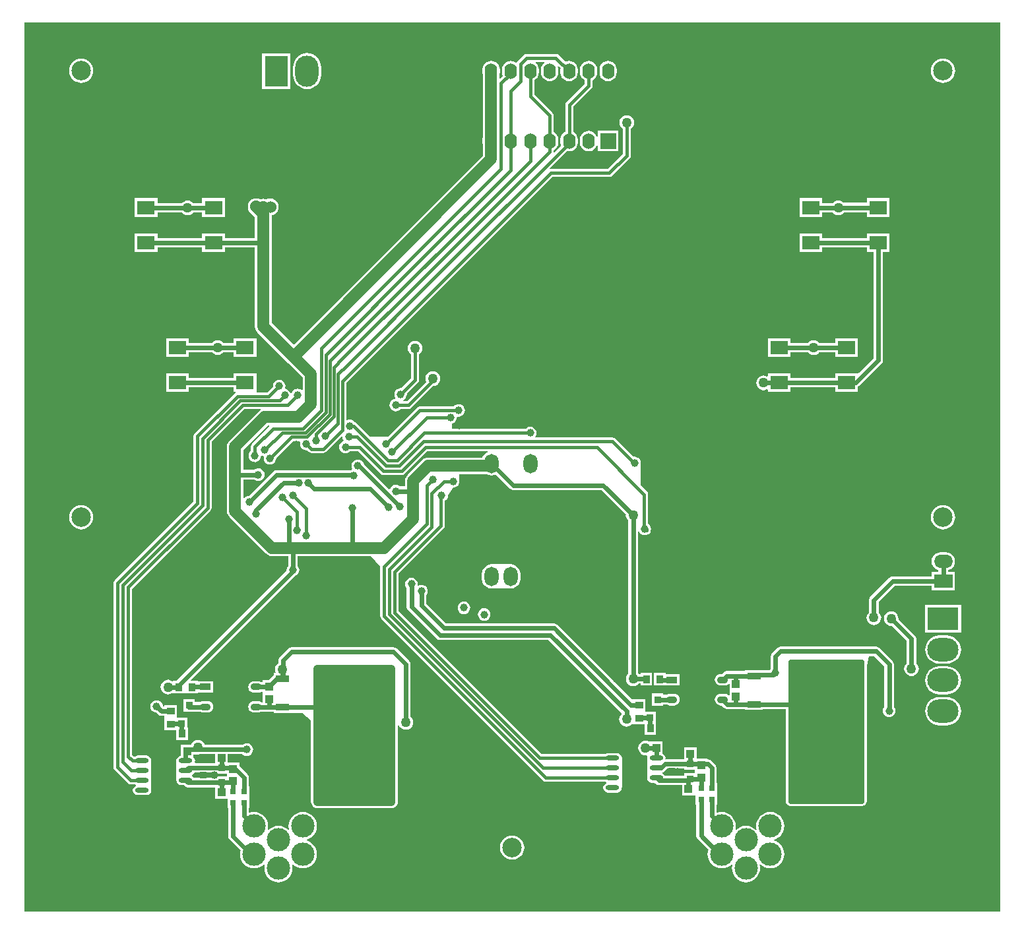
<source format=gtl>
G04 Layer_Physical_Order=1*
G04 Layer_Color=255*
%FSLAX43Y43*%
%MOMM*%
G71*
G01*
G75*
%ADD10R,1.000X1.000*%
%ADD11R,0.950X0.900*%
%ADD12R,0.950X0.900*%
%ADD13R,0.800X0.750*%
%ADD14R,1.000X1.000*%
%ADD15R,0.900X0.950*%
%ADD16R,0.900X0.950*%
%ADD17R,0.900X1.000*%
%ADD18R,1.000X0.900*%
%ADD19O,1.400X0.900*%
%ADD20R,1.400X0.900*%
%ADD21R,1.700X0.900*%
%ADD22O,1.750X0.650*%
%ADD23R,1.750X0.650*%
%ADD24R,2.300X1.800*%
%ADD25C,0.600*%
%ADD26C,1.000*%
%ADD27C,0.400*%
%ADD28C,1.500*%
%ADD29C,0.300*%
%ADD30R,9.180X17.890*%
%ADD31R,9.530X17.510*%
%ADD32C,3.000*%
%ADD33C,4.800*%
%ADD34O,1.800X2.500*%
%ADD35R,4.000X3.000*%
%ADD36O,4.000X3.000*%
%ADD37O,3.000X4.000*%
%ADD38R,3.000X4.000*%
%ADD39O,1.600X2.000*%
%ADD40R,2.000X2.000*%
%ADD41O,2.400X1.700*%
%ADD42R,2.400X1.700*%
%ADD43C,2.500*%
%ADD44C,1.524*%
%ADD45C,1.000*%
%ADD46C,0.800*%
%ADD47C,1.270*%
G36*
X125592Y408D02*
X408D01*
Y114592D01*
X125592D01*
Y408D01*
D02*
G37*
%LPC*%
G36*
X47780Y34382D02*
X34720D01*
X34486Y34335D01*
X34287Y34203D01*
X33197Y33113D01*
X33065Y32914D01*
X33018Y32680D01*
Y32309D01*
X32833Y32167D01*
X32683Y31972D01*
X32589Y31744D01*
X32557Y31500D01*
X32589Y31256D01*
X32631Y31156D01*
X32560Y31050D01*
X32400D01*
Y30795D01*
X31725Y30120D01*
X30990D01*
Y29932D01*
X30740D01*
X30586Y29996D01*
X30390Y30021D01*
X29890D01*
X29694Y29996D01*
X29512Y29920D01*
X29355Y29800D01*
X29235Y29643D01*
X29159Y29461D01*
X29134Y29265D01*
X29159Y29069D01*
X29235Y28887D01*
X29355Y28730D01*
X29512Y28610D01*
X29694Y28534D01*
X29890Y28509D01*
X30390D01*
X30586Y28534D01*
X30768Y28610D01*
X30863Y28683D01*
X30990Y28636D01*
X30990Y28520D01*
X30990Y28393D01*
Y27344D01*
X30863Y27297D01*
X30768Y27370D01*
X30586Y27446D01*
X30390Y27471D01*
X29890D01*
X29694Y27446D01*
X29512Y27370D01*
X29355Y27250D01*
X29235Y27093D01*
X29159Y26911D01*
X29134Y26715D01*
X29159Y26519D01*
X29235Y26337D01*
X29355Y26180D01*
X29512Y26060D01*
X29694Y25984D01*
X29890Y25959D01*
X30390D01*
X30586Y25984D01*
X30740Y26048D01*
X32400D01*
Y25910D01*
X34210D01*
Y25910D01*
X34210Y25910D01*
X36069D01*
X37183Y24997D01*
Y20290D01*
Y14510D01*
X37211Y14301D01*
X37291Y14107D01*
X37419Y13939D01*
X37587Y13811D01*
X37781Y13731D01*
X37990Y13703D01*
X47520D01*
X47729Y13731D01*
X47923Y13811D01*
X48091Y13939D01*
X48219Y14107D01*
X48299Y14301D01*
X48327Y14510D01*
Y24453D01*
X48449Y24476D01*
X48543Y24248D01*
X48693Y24053D01*
X48888Y23903D01*
X49116Y23809D01*
X49360Y23777D01*
X49604Y23809D01*
X49832Y23903D01*
X50027Y24053D01*
X50177Y24248D01*
X50271Y24476D01*
X50303Y24720D01*
X50271Y24964D01*
X50177Y25192D01*
X50027Y25387D01*
X49972Y25429D01*
Y32190D01*
X49925Y32424D01*
X49793Y32623D01*
X48213Y34203D01*
X48014Y34335D01*
X47780Y34382D01*
D02*
G37*
G36*
X111640Y38983D02*
X111396Y38951D01*
X111168Y38857D01*
X110973Y38707D01*
X110823Y38512D01*
X110729Y38284D01*
X110697Y38040D01*
X110729Y37796D01*
X110823Y37568D01*
X110973Y37373D01*
X111168Y37223D01*
X111396Y37129D01*
X111640Y37097D01*
X111709Y37106D01*
X113618Y35197D01*
Y32311D01*
X113573Y32277D01*
X113423Y32082D01*
X113329Y31854D01*
X113297Y31610D01*
X113329Y31366D01*
X113423Y31138D01*
X113573Y30943D01*
X113768Y30793D01*
X113996Y30699D01*
X114240Y30667D01*
X114484Y30699D01*
X114712Y30793D01*
X114907Y30943D01*
X115057Y31138D01*
X115151Y31366D01*
X115183Y31610D01*
X115151Y31854D01*
X115057Y32082D01*
X114907Y32277D01*
X114842Y32327D01*
Y35450D01*
X114795Y35684D01*
X114663Y35883D01*
X112574Y37971D01*
X112583Y38040D01*
X112551Y38284D01*
X112457Y38512D01*
X112307Y38707D01*
X112112Y38857D01*
X111884Y38951D01*
X111640Y38983D01*
D02*
G37*
G36*
X118800Y31919D02*
X117800D01*
X117447Y31884D01*
X117108Y31781D01*
X116795Y31614D01*
X116521Y31389D01*
X116296Y31115D01*
X116129Y30802D01*
X116026Y30463D01*
X115991Y30110D01*
X116026Y29757D01*
X116129Y29418D01*
X116296Y29105D01*
X116521Y28831D01*
X116795Y28606D01*
X117108Y28439D01*
X117447Y28336D01*
X117800Y28301D01*
X118800D01*
X119153Y28336D01*
X119492Y28439D01*
X119805Y28606D01*
X120079Y28831D01*
X120304Y29105D01*
X120471Y29418D01*
X120574Y29757D01*
X120609Y30110D01*
X120574Y30463D01*
X120471Y30802D01*
X120304Y31115D01*
X120079Y31389D01*
X119805Y31614D01*
X119492Y31781D01*
X119153Y31884D01*
X118800Y31919D01*
D02*
G37*
G36*
X82670Y31040D02*
X81170D01*
Y29440D01*
X82510D01*
Y29440D01*
X84510D01*
Y30940D01*
X82670D01*
Y31040D01*
D02*
G37*
G36*
X59420Y39367D02*
X59211Y39339D01*
X59017Y39259D01*
X58849Y39131D01*
X58721Y38963D01*
X58641Y38769D01*
X58613Y38560D01*
X58641Y38351D01*
X58721Y38157D01*
X58849Y37989D01*
X59017Y37861D01*
X59211Y37781D01*
X59420Y37753D01*
X59629Y37781D01*
X59823Y37861D01*
X59991Y37989D01*
X60119Y38157D01*
X60199Y38351D01*
X60227Y38560D01*
X60199Y38769D01*
X60119Y38963D01*
X59991Y39131D01*
X59823Y39259D01*
X59629Y39339D01*
X59420Y39367D01*
D02*
G37*
G36*
X56810Y40237D02*
X56601Y40209D01*
X56407Y40129D01*
X56239Y40001D01*
X56111Y39833D01*
X56031Y39639D01*
X56003Y39430D01*
X56031Y39221D01*
X56111Y39027D01*
X56239Y38859D01*
X56407Y38731D01*
X56601Y38651D01*
X56810Y38623D01*
X57019Y38651D01*
X57213Y38731D01*
X57381Y38859D01*
X57509Y39027D01*
X57589Y39221D01*
X57617Y39430D01*
X57589Y39639D01*
X57509Y39833D01*
X57381Y40001D01*
X57213Y40129D01*
X57019Y40209D01*
X56810Y40237D01*
D02*
G37*
G36*
X118800Y35879D02*
X117800D01*
X117447Y35844D01*
X117108Y35741D01*
X116795Y35574D01*
X116521Y35349D01*
X116296Y35075D01*
X116129Y34762D01*
X116026Y34423D01*
X115991Y34070D01*
X116026Y33717D01*
X116129Y33378D01*
X116296Y33065D01*
X116521Y32791D01*
X116795Y32566D01*
X117108Y32399D01*
X117447Y32296D01*
X117800Y32261D01*
X118800D01*
X119153Y32296D01*
X119492Y32399D01*
X119805Y32566D01*
X120079Y32791D01*
X120304Y33065D01*
X120471Y33378D01*
X120574Y33717D01*
X120609Y34070D01*
X120574Y34423D01*
X120471Y34762D01*
X120304Y35075D01*
X120079Y35349D01*
X119805Y35574D01*
X119492Y35741D01*
X119153Y35844D01*
X118800Y35879D01*
D02*
G37*
G36*
X120600Y39830D02*
X116000D01*
Y36230D01*
X120600D01*
Y39830D01*
D02*
G37*
G36*
X82400Y28415D02*
X80900D01*
Y26865D01*
X82400D01*
Y27028D01*
X82825D01*
X82882Y26985D01*
X83064Y26909D01*
X83260Y26884D01*
X83760D01*
X83956Y26909D01*
X84138Y26985D01*
X84295Y27105D01*
X84415Y27262D01*
X84491Y27444D01*
X84516Y27640D01*
X84491Y27836D01*
X84415Y28018D01*
X84295Y28175D01*
X84138Y28295D01*
X83956Y28371D01*
X83760Y28396D01*
X83260D01*
X83064Y28371D01*
X82882Y28295D01*
X82825Y28252D01*
X82400D01*
Y28415D01*
D02*
G37*
G36*
X22690Y22483D02*
X22446Y22451D01*
X22218Y22357D01*
X22023Y22207D01*
X21873Y22012D01*
X21799Y21832D01*
X21410D01*
X21351Y21820D01*
X20510D01*
Y20979D01*
X20498Y20920D01*
Y20450D01*
X20316Y20414D01*
X20109Y20276D01*
X19971Y20069D01*
X19923Y19825D01*
X19924Y19820D01*
X19924Y19814D01*
X19923Y19819D01*
X19923Y19825D01*
X19923Y18979D01*
Y18979D01*
X19923Y18971D01*
Y17300D01*
X19923Y17300D01*
X19923Y17285D01*
X19943Y17182D01*
X19943Y17182D01*
X19944Y17178D01*
X19971Y17041D01*
X20109Y16834D01*
X20316Y16696D01*
X20560Y16648D01*
X20882D01*
X20962Y16567D01*
X21161Y16435D01*
X21395Y16388D01*
X24890D01*
Y14950D01*
X26401D01*
X26470Y14950D01*
X26470Y14921D01*
Y13690D01*
X26558D01*
Y10110D01*
X26605Y9876D01*
X26737Y9677D01*
X28142Y8273D01*
X28106Y8153D01*
X28071Y7800D01*
X28106Y7447D01*
X28209Y7108D01*
X28376Y6795D01*
X28601Y6521D01*
X28875Y6296D01*
X29188Y6129D01*
X29527Y6026D01*
X29880Y5991D01*
X30233Y6026D01*
X30572Y6129D01*
X30885Y6296D01*
X31140Y6505D01*
X31208Y6477D01*
X31252Y6438D01*
X31226Y6353D01*
X31191Y6000D01*
X31226Y5647D01*
X31329Y5308D01*
X31496Y4995D01*
X31721Y4721D01*
X31995Y4496D01*
X32308Y4329D01*
X32647Y4226D01*
X33000Y4191D01*
X33353Y4226D01*
X33692Y4329D01*
X34005Y4496D01*
X34279Y4721D01*
X34504Y4995D01*
X34671Y5308D01*
X34774Y5647D01*
X34809Y6000D01*
X34774Y6353D01*
X34748Y6438D01*
X34792Y6477D01*
X34860Y6505D01*
X35115Y6296D01*
X35428Y6129D01*
X35767Y6026D01*
X36120Y5991D01*
X36473Y6026D01*
X36812Y6129D01*
X37125Y6296D01*
X37399Y6521D01*
X37624Y6795D01*
X37791Y7108D01*
X37894Y7447D01*
X37929Y7800D01*
X37894Y8153D01*
X37791Y8492D01*
X37624Y8805D01*
X37399Y9079D01*
X37125Y9304D01*
X36812Y9471D01*
X36606Y9534D01*
Y9666D01*
X36812Y9729D01*
X37125Y9896D01*
X37399Y10121D01*
X37624Y10395D01*
X37791Y10708D01*
X37894Y11047D01*
X37929Y11400D01*
X37894Y11753D01*
X37791Y12092D01*
X37624Y12405D01*
X37399Y12679D01*
X37125Y12904D01*
X36812Y13071D01*
X36473Y13174D01*
X36120Y13209D01*
X35767Y13174D01*
X35428Y13071D01*
X35115Y12904D01*
X34841Y12679D01*
X34616Y12405D01*
X34449Y12092D01*
X34346Y11753D01*
X34311Y11400D01*
X34346Y11047D01*
X34364Y10989D01*
X34341Y10968D01*
X34251Y10923D01*
X34000Y11129D01*
X33687Y11296D01*
X33348Y11399D01*
X32995Y11434D01*
X32642Y11399D01*
X32303Y11296D01*
X31990Y11129D01*
X31752Y10934D01*
X31642Y11008D01*
X31654Y11047D01*
X31689Y11400D01*
X31654Y11753D01*
X31551Y12092D01*
X31384Y12405D01*
X31159Y12679D01*
X30885Y12904D01*
X30572Y13071D01*
X30233Y13174D01*
X29880Y13209D01*
X29527Y13174D01*
X29324Y13112D01*
X29222Y13188D01*
Y13690D01*
X29310D01*
Y15040D01*
X29310D01*
Y15140D01*
X29310D01*
Y16490D01*
X29222D01*
Y17620D01*
X29175Y17854D01*
X29043Y18053D01*
X27970Y19125D01*
Y19560D01*
X26490D01*
Y20668D01*
X28375D01*
X28389Y20649D01*
X28557Y20521D01*
X28751Y20441D01*
X28960Y20413D01*
X29169Y20441D01*
X29363Y20521D01*
X29531Y20649D01*
X29659Y20817D01*
X29739Y21011D01*
X29767Y21220D01*
X29739Y21429D01*
X29659Y21623D01*
X29531Y21791D01*
X29363Y21919D01*
X29169Y21999D01*
X28960Y22027D01*
X28751Y21999D01*
X28557Y21919D01*
X28521Y21892D01*
X23556D01*
X23507Y22012D01*
X23357Y22207D01*
X23162Y22357D01*
X22934Y22451D01*
X22690Y22483D01*
D02*
G37*
G36*
X17370Y27567D02*
X17161Y27539D01*
X16967Y27459D01*
X16799Y27331D01*
X16671Y27163D01*
X16591Y26969D01*
X16563Y26760D01*
X16591Y26551D01*
X16671Y26357D01*
X16799Y26189D01*
X16967Y26061D01*
X17161Y25981D01*
X17303Y25962D01*
X17547Y25717D01*
X17746Y25585D01*
X17980Y25538D01*
X18380D01*
Y25296D01*
X18380Y25296D01*
X18380D01*
X18380Y24980D01*
X18380Y24980D01*
X18390Y24978D01*
Y23700D01*
X19900D01*
Y22480D01*
X21400D01*
Y24080D01*
X21340D01*
Y25315D01*
X20082D01*
X19990Y25400D01*
Y26900D01*
X18390D01*
Y26762D01*
X18233D01*
X18168Y26827D01*
X18149Y26969D01*
X18069Y27163D01*
X17941Y27331D01*
X17773Y27459D01*
X17579Y27539D01*
X17370Y27567D01*
D02*
G37*
G36*
X63000Y10208D02*
X62696Y10178D01*
X62404Y10089D01*
X62135Y9945D01*
X61899Y9751D01*
X61705Y9515D01*
X61561Y9246D01*
X61472Y8954D01*
X61443Y8650D01*
X61472Y8346D01*
X61561Y8054D01*
X61705Y7785D01*
X61899Y7549D01*
X62135Y7355D01*
X62404Y7211D01*
X62696Y7122D01*
X63000Y7093D01*
X63304Y7122D01*
X63596Y7211D01*
X63865Y7355D01*
X64101Y7549D01*
X64295Y7785D01*
X64439Y8054D01*
X64528Y8346D01*
X64558Y8650D01*
X64528Y8954D01*
X64439Y9246D01*
X64295Y9515D01*
X64101Y9751D01*
X63865Y9945D01*
X63596Y10089D01*
X63304Y10178D01*
X63000Y10208D01*
D02*
G37*
G36*
X80120Y22383D02*
X79876Y22351D01*
X79648Y22257D01*
X79453Y22107D01*
X79303Y21912D01*
X79209Y21684D01*
X79177Y21440D01*
X79209Y21196D01*
X79303Y20968D01*
X79453Y20773D01*
X79648Y20623D01*
X79876Y20529D01*
X80120Y20497D01*
X80207Y20508D01*
X80303Y20425D01*
Y18398D01*
X80303Y18398D01*
X80303D01*
Y18398D01*
D01*
Y18037D01*
D01*
Y18037D01*
X80303Y18037D01*
X80303D01*
Y17615D01*
X80304Y17620D01*
X80304Y17625D01*
X80304Y17620D01*
X80303Y17615D01*
X80351Y17371D01*
X80489Y17164D01*
X80696Y17026D01*
X80940Y16978D01*
X81262D01*
X81392Y16847D01*
X81591Y16715D01*
X81825Y16668D01*
X84810D01*
Y15360D01*
X86410D01*
Y15370D01*
X86550D01*
Y14160D01*
X86638D01*
Y10140D01*
X86685Y9906D01*
X86817Y9707D01*
X88168Y8357D01*
X88106Y8153D01*
X88071Y7800D01*
X88106Y7447D01*
X88209Y7108D01*
X88376Y6795D01*
X88601Y6521D01*
X88875Y6296D01*
X89188Y6129D01*
X89527Y6026D01*
X89880Y5991D01*
X90233Y6026D01*
X90572Y6129D01*
X90885Y6296D01*
X91140Y6505D01*
X91208Y6477D01*
X91252Y6438D01*
X91226Y6353D01*
X91191Y6000D01*
X91226Y5647D01*
X91329Y5308D01*
X91496Y4995D01*
X91721Y4721D01*
X91995Y4496D01*
X92308Y4329D01*
X92647Y4226D01*
X93000Y4191D01*
X93353Y4226D01*
X93692Y4329D01*
X94005Y4496D01*
X94279Y4721D01*
X94504Y4995D01*
X94671Y5308D01*
X94774Y5647D01*
X94809Y6000D01*
X94774Y6353D01*
X94748Y6438D01*
X94792Y6477D01*
X94860Y6505D01*
X95115Y6296D01*
X95428Y6129D01*
X95767Y6026D01*
X96120Y5991D01*
X96473Y6026D01*
X96812Y6129D01*
X97125Y6296D01*
X97399Y6521D01*
X97624Y6795D01*
X97791Y7108D01*
X97894Y7447D01*
X97929Y7800D01*
X97894Y8153D01*
X97791Y8492D01*
X97624Y8805D01*
X97399Y9079D01*
X97125Y9304D01*
X96812Y9471D01*
X96606Y9534D01*
Y9666D01*
X96812Y9729D01*
X97125Y9896D01*
X97399Y10121D01*
X97624Y10395D01*
X97791Y10708D01*
X97894Y11047D01*
X97929Y11400D01*
X97894Y11753D01*
X97791Y12092D01*
X97624Y12405D01*
X97399Y12679D01*
X97125Y12904D01*
X96812Y13071D01*
X96473Y13174D01*
X96120Y13209D01*
X95767Y13174D01*
X95428Y13071D01*
X95115Y12904D01*
X94841Y12679D01*
X94616Y12405D01*
X94449Y12092D01*
X94346Y11753D01*
X94311Y11400D01*
X94346Y11047D01*
X94364Y10989D01*
X94341Y10968D01*
X94251Y10923D01*
X94000Y11129D01*
X93687Y11296D01*
X93348Y11399D01*
X92995Y11434D01*
X92642Y11399D01*
X92303Y11296D01*
X91990Y11129D01*
X91752Y10934D01*
X91642Y11008D01*
X91654Y11047D01*
X91689Y11400D01*
X91654Y11753D01*
X91551Y12092D01*
X91384Y12405D01*
X91159Y12679D01*
X90885Y12904D01*
X90572Y13071D01*
X90233Y13174D01*
X89880Y13209D01*
X89527Y13174D01*
X89324Y13112D01*
X89222Y13188D01*
Y14160D01*
X89310D01*
Y15510D01*
X89310D01*
Y15610D01*
X89310D01*
Y16960D01*
X89222D01*
Y18890D01*
X89175Y19124D01*
X89043Y19323D01*
X88553Y19813D01*
X88354Y19945D01*
X88120Y19992D01*
X88060D01*
Y20040D01*
X86650D01*
Y21500D01*
X85050D01*
Y19992D01*
X82745D01*
X82664Y20090D01*
X82677Y20155D01*
X82629Y20399D01*
X82491Y20606D01*
X82300Y20733D01*
Y22270D01*
X80700D01*
X80700Y22270D01*
X80573Y22264D01*
X80364Y22351D01*
X80120Y22383D01*
D02*
G37*
G36*
X109680Y34462D02*
X97470D01*
X97236Y34415D01*
X97037Y34283D01*
X96347Y33593D01*
X96215Y33394D01*
X96168Y33160D01*
Y31597D01*
X96081Y31483D01*
X96068Y31452D01*
X94170D01*
X94111Y31440D01*
X92870D01*
Y31302D01*
X90510D01*
X90276Y31255D01*
X90077Y31123D01*
X89901Y30946D01*
X89760D01*
X89564Y30921D01*
X89382Y30845D01*
X89225Y30725D01*
X89105Y30568D01*
X89029Y30386D01*
X89004Y30190D01*
X89029Y29994D01*
X89105Y29812D01*
X89225Y29655D01*
X89382Y29535D01*
X89564Y29459D01*
X89760Y29434D01*
X90260D01*
X90456Y29459D01*
X90638Y29535D01*
X90783Y29646D01*
X90882Y29626D01*
X90910Y29616D01*
Y28860D01*
X90910D01*
Y28860D01*
X90910D01*
Y28214D01*
X90882Y28204D01*
X90783Y28184D01*
X90638Y28295D01*
X90456Y28371D01*
X90260Y28396D01*
X89760D01*
X89564Y28371D01*
X89382Y28295D01*
X89225Y28175D01*
X89105Y28018D01*
X89029Y27836D01*
X89004Y27640D01*
X89029Y27444D01*
X89105Y27262D01*
X89225Y27105D01*
X89382Y26985D01*
X89564Y26909D01*
X89760Y26884D01*
X89901D01*
X90167Y26617D01*
X90366Y26485D01*
X90600Y26438D01*
X92870D01*
Y26300D01*
X95170D01*
Y26438D01*
X98098D01*
Y23490D01*
Y14610D01*
X98145Y14376D01*
X98277Y14177D01*
X98476Y14045D01*
X98710Y13998D01*
X107890D01*
X108124Y14045D01*
X108323Y14177D01*
X108455Y14376D01*
X108502Y14610D01*
Y31902D01*
X108789Y33238D01*
X109427D01*
X110763Y31902D01*
Y26712D01*
X110676Y26598D01*
X110596Y26404D01*
X110568Y26195D01*
X110596Y25986D01*
X110676Y25792D01*
X110804Y25624D01*
X110972Y25496D01*
X111166Y25416D01*
X111375Y25388D01*
X111584Y25416D01*
X111778Y25496D01*
X111946Y25624D01*
X112074Y25792D01*
X112154Y25986D01*
X112182Y26195D01*
X112154Y26404D01*
X112074Y26598D01*
X111987Y26712D01*
Y32155D01*
X111940Y32389D01*
X111808Y32588D01*
X110113Y34283D01*
X109914Y34415D01*
X109680Y34462D01*
D02*
G37*
G36*
X22290Y27665D02*
X20790D01*
Y26115D01*
X21426D01*
X21485Y26103D01*
X22955D01*
X23012Y26060D01*
X23194Y25984D01*
X23390Y25959D01*
X23890D01*
X24086Y25984D01*
X24268Y26060D01*
X24425Y26180D01*
X24545Y26337D01*
X24621Y26519D01*
X24646Y26715D01*
X24621Y26911D01*
X24545Y27093D01*
X24425Y27250D01*
X24268Y27370D01*
X24086Y27446D01*
X23890Y27471D01*
X23390D01*
X23194Y27446D01*
X23012Y27370D01*
X22955Y27327D01*
X22290D01*
Y27665D01*
D02*
G37*
G36*
X50080Y43287D02*
X49871Y43259D01*
X49677Y43179D01*
X49509Y43051D01*
X49381Y42883D01*
X49301Y42689D01*
X49273Y42480D01*
X49301Y42271D01*
X49381Y42077D01*
X49468Y41963D01*
Y39540D01*
X49515Y39306D01*
X49647Y39107D01*
X53297Y35457D01*
X53496Y35325D01*
X53730Y35278D01*
X67677D01*
X77016Y25939D01*
X77008Y25790D01*
X77003Y25787D01*
X76853Y25592D01*
X76759Y25364D01*
X76727Y25120D01*
X76759Y24876D01*
X76853Y24648D01*
X77003Y24453D01*
X77198Y24303D01*
X77426Y24209D01*
X77670Y24177D01*
X77914Y24209D01*
X78142Y24303D01*
X78337Y24453D01*
X78383Y24513D01*
X78510Y24480D01*
Y24480D01*
X79970D01*
Y23160D01*
X81470D01*
Y24760D01*
X81450D01*
Y26065D01*
X80139D01*
X80110Y26180D01*
X80110D01*
Y27680D01*
X78510D01*
Y27680D01*
X78383Y27662D01*
X76123Y29923D01*
X68793Y37253D01*
X68594Y37385D01*
X68360Y37432D01*
X54553D01*
X51982Y40003D01*
Y41043D01*
X52069Y41157D01*
X52149Y41351D01*
X52177Y41560D01*
X52149Y41769D01*
X52069Y41963D01*
X51941Y42131D01*
X51773Y42259D01*
X51579Y42339D01*
X51370Y42367D01*
X51161Y42339D01*
X50987Y42267D01*
X50921Y42299D01*
X50869Y42344D01*
X50887Y42480D01*
X50859Y42689D01*
X50779Y42883D01*
X50651Y43051D01*
X50483Y43179D01*
X50289Y43259D01*
X50080Y43287D01*
D02*
G37*
G36*
X118800Y27959D02*
X117800D01*
X117447Y27924D01*
X117108Y27821D01*
X116795Y27654D01*
X116521Y27429D01*
X116296Y27155D01*
X116129Y26842D01*
X116026Y26503D01*
X115991Y26150D01*
X116026Y25797D01*
X116129Y25458D01*
X116296Y25145D01*
X116521Y24871D01*
X116795Y24646D01*
X117108Y24479D01*
X117447Y24376D01*
X117800Y24341D01*
X118800D01*
X119153Y24376D01*
X119492Y24479D01*
X119805Y24646D01*
X120079Y24871D01*
X120304Y25145D01*
X120471Y25458D01*
X120574Y25797D01*
X120609Y26150D01*
X120574Y26503D01*
X120471Y26842D01*
X120304Y27155D01*
X120079Y27429D01*
X119805Y27654D01*
X119492Y27821D01*
X119153Y27924D01*
X118800Y27959D01*
D02*
G37*
G36*
X72810Y100649D02*
X72523Y100612D01*
X72255Y100501D01*
X72025Y100325D01*
X71849Y100095D01*
X71738Y99827D01*
X71701Y99540D01*
Y99140D01*
X71738Y98853D01*
X71849Y98585D01*
X72025Y98355D01*
X72255Y98179D01*
X72523Y98068D01*
X72810Y98031D01*
X73097Y98068D01*
X73365Y98179D01*
X73595Y98355D01*
X73771Y98585D01*
X73882Y98853D01*
X73883Y98863D01*
X74010Y98855D01*
Y98040D01*
X76610D01*
Y100640D01*
X74010D01*
Y99825D01*
X73883Y99817D01*
X73882Y99827D01*
X73771Y100095D01*
X73595Y100325D01*
X73365Y100501D01*
X73097Y100612D01*
X72810Y100649D01*
D02*
G37*
G36*
X36690Y110629D02*
X36337Y110594D01*
X35998Y110491D01*
X35685Y110324D01*
X35411Y110099D01*
X35186Y109825D01*
X35019Y109512D01*
X34916Y109173D01*
X34881Y108820D01*
Y107820D01*
X34916Y107467D01*
X35019Y107128D01*
X35186Y106815D01*
X35411Y106541D01*
X35685Y106316D01*
X35998Y106149D01*
X36337Y106046D01*
X36690Y106011D01*
X37043Y106046D01*
X37382Y106149D01*
X37695Y106316D01*
X37969Y106541D01*
X38194Y106815D01*
X38361Y107128D01*
X38464Y107467D01*
X38499Y107820D01*
Y108820D01*
X38464Y109173D01*
X38361Y109512D01*
X38194Y109825D01*
X37969Y110099D01*
X37695Y110324D01*
X37382Y110491D01*
X37043Y110594D01*
X36690Y110629D01*
D02*
G37*
G36*
X26125Y92000D02*
X23225D01*
Y91362D01*
X22049D01*
X22007Y91417D01*
X21812Y91567D01*
X21584Y91661D01*
X21340Y91693D01*
X21096Y91661D01*
X20868Y91567D01*
X20673Y91417D01*
X20631Y91362D01*
X17475D01*
Y92000D01*
X14575D01*
Y89600D01*
X17475D01*
Y90138D01*
X20631D01*
X20673Y90083D01*
X20868Y89933D01*
X21096Y89839D01*
X21340Y89807D01*
X21584Y89839D01*
X21812Y89933D01*
X22007Y90083D01*
X22049Y90138D01*
X23225D01*
Y89600D01*
X26125D01*
Y92000D01*
D02*
G37*
G36*
X111415D02*
X108515D01*
Y91412D01*
X105536D01*
X105517Y91437D01*
X105322Y91587D01*
X105094Y91681D01*
X104850Y91713D01*
X104606Y91681D01*
X104378Y91587D01*
X104183Y91437D01*
X104141Y91382D01*
X102765D01*
Y92000D01*
X99865D01*
Y89600D01*
X102765D01*
Y90158D01*
X104141D01*
X104183Y90103D01*
X104378Y89953D01*
X104606Y89859D01*
X104850Y89827D01*
X105094Y89859D01*
X105322Y89953D01*
X105517Y90103D01*
X105582Y90188D01*
X108515D01*
Y89600D01*
X111415D01*
Y92000D01*
D02*
G37*
G36*
X34530Y110620D02*
X30930D01*
Y106020D01*
X34530D01*
Y110620D01*
D02*
G37*
G36*
X75310Y109629D02*
X75023Y109592D01*
X74755Y109481D01*
X74525Y109305D01*
X74349Y109075D01*
X74238Y108807D01*
X74201Y108520D01*
Y108120D01*
X74238Y107833D01*
X74349Y107565D01*
X74525Y107335D01*
X74755Y107159D01*
X75023Y107048D01*
X75310Y107011D01*
X75597Y107048D01*
X75865Y107159D01*
X76095Y107335D01*
X76271Y107565D01*
X76382Y107833D01*
X76419Y108120D01*
Y108520D01*
X76382Y108807D01*
X76271Y109075D01*
X76095Y109305D01*
X75865Y109481D01*
X75597Y109592D01*
X75310Y109629D01*
D02*
G37*
G36*
X68600Y110540D02*
X64840D01*
X64645Y110501D01*
X64480Y110390D01*
X63700Y109610D01*
X63599Y109461D01*
X63555Y109432D01*
X63470Y109400D01*
X63365Y109481D01*
X63097Y109592D01*
X62810Y109629D01*
X62523Y109592D01*
X62255Y109481D01*
X62025Y109305D01*
X61849Y109075D01*
X61738Y108807D01*
X61701Y108520D01*
Y108120D01*
X61738Y107833D01*
X61792Y107703D01*
X61486Y107397D01*
X61369Y107446D01*
Y107802D01*
X61382Y107833D01*
X61419Y108120D01*
Y108520D01*
X61382Y108807D01*
X61271Y109075D01*
X61095Y109305D01*
X60865Y109481D01*
X60597Y109592D01*
X60310Y109629D01*
X60023Y109592D01*
X59755Y109481D01*
X59525Y109305D01*
X59349Y109075D01*
X59238Y108807D01*
X59201Y108520D01*
Y108120D01*
X59238Y107833D01*
X59251Y107802D01*
Y99858D01*
X59238Y99827D01*
X59201Y99540D01*
Y99140D01*
X59238Y98853D01*
X59251Y98822D01*
Y97439D01*
X34965Y73153D01*
X32119Y75999D01*
Y89840D01*
X32237Y89855D01*
X32496Y89962D01*
X32717Y90133D01*
X32888Y90354D01*
X32995Y90613D01*
X33031Y90890D01*
X32995Y91167D01*
X32888Y91426D01*
X32717Y91647D01*
X32496Y91818D01*
X32237Y91925D01*
X31960Y91961D01*
X31683Y91925D01*
X31453Y91830D01*
X31324Y91883D01*
X31050Y91919D01*
X30776Y91883D01*
X30676Y91842D01*
X30427Y91945D01*
X30150Y91981D01*
X29873Y91945D01*
X29614Y91838D01*
X29393Y91667D01*
X29222Y91446D01*
X29115Y91187D01*
X29079Y90910D01*
X29115Y90633D01*
X29222Y90374D01*
X29393Y90153D01*
X29423Y90129D01*
X29991Y89561D01*
Y86912D01*
X26125D01*
Y87500D01*
X23225D01*
Y86912D01*
X17475D01*
Y87500D01*
X14575D01*
Y85100D01*
X17475D01*
Y85688D01*
X23225D01*
Y85100D01*
X26125D01*
Y85688D01*
X29991D01*
Y75570D01*
X29991Y75570D01*
X30027Y75296D01*
X30036Y75274D01*
X30037Y75266D01*
X30143Y75010D01*
X30311Y74791D01*
X34206Y70896D01*
X34292Y70830D01*
X36101Y69021D01*
Y67442D01*
X35974Y67379D01*
X35883Y67449D01*
X35689Y67529D01*
X35480Y67557D01*
X35271Y67529D01*
X35077Y67449D01*
X34909Y67321D01*
X34781Y67153D01*
X34711Y66985D01*
X34629Y66970D01*
X34576Y66978D01*
X34529Y67093D01*
X34401Y67261D01*
X34233Y67389D01*
X34039Y67469D01*
X33944Y67482D01*
X33864Y67620D01*
X33889Y67681D01*
X33917Y67890D01*
X33889Y68099D01*
X33809Y68293D01*
X33681Y68461D01*
X33513Y68589D01*
X33319Y68669D01*
X33110Y68697D01*
X32901Y68669D01*
X32707Y68589D01*
X32539Y68461D01*
X32411Y68293D01*
X32331Y68099D01*
X32303Y67890D01*
X32313Y67814D01*
X31559Y67060D01*
X30273D01*
X30175Y67130D01*
X30175Y67187D01*
Y69530D01*
X27275D01*
Y68942D01*
X21525D01*
Y69530D01*
X18625D01*
Y67130D01*
X21525D01*
Y67718D01*
X27275D01*
Y67130D01*
X27482D01*
X27508Y67003D01*
X27370Y66910D01*
X22270Y61810D01*
X22159Y61645D01*
X22120Y61450D01*
Y53071D01*
X11980Y42930D01*
X11869Y42765D01*
X11830Y42570D01*
Y18980D01*
X11869Y18785D01*
X11980Y18620D01*
X13675Y16925D01*
X13840Y16814D01*
X14035Y16775D01*
X14598D01*
X14680Y16721D01*
X14685Y16704D01*
Y16596D01*
X14680Y16579D01*
X14509Y16466D01*
X14371Y16259D01*
X14323Y16015D01*
X14371Y15771D01*
X14509Y15564D01*
X14716Y15426D01*
X14960Y15378D01*
X16060D01*
X16304Y15426D01*
X16511Y15564D01*
X16649Y15771D01*
X16697Y16015D01*
X16670Y16152D01*
Y17148D01*
X16697Y17285D01*
X16670Y17422D01*
Y18418D01*
X16697Y18555D01*
X16670Y18692D01*
Y19688D01*
X16697Y19825D01*
X16649Y20069D01*
X16511Y20276D01*
X16304Y20414D01*
X16060Y20462D01*
X14960D01*
X14716Y20414D01*
X14598Y20335D01*
X14466D01*
X14240Y20561D01*
Y41869D01*
X24270Y51900D01*
X24381Y52065D01*
X24420Y52260D01*
Y60739D01*
X28631Y64950D01*
X30688D01*
X30715Y64891D01*
X30722Y64823D01*
X30521Y64669D01*
X30521Y64669D01*
X26701Y60849D01*
X26533Y60630D01*
X26427Y60374D01*
X26391Y60100D01*
X26391Y60100D01*
Y56510D01*
Y51820D01*
X26391Y51820D01*
X26427Y51546D01*
X26533Y51290D01*
X26701Y51071D01*
X31401Y46371D01*
X31401Y46371D01*
X31620Y46203D01*
X31876Y46097D01*
X32150Y46061D01*
X32150Y46061D01*
X34238D01*
Y44761D01*
X34171Y44673D01*
X34091Y44479D01*
X34063Y44270D01*
X34071Y44207D01*
X19915Y30050D01*
X19470D01*
Y30050D01*
X19389Y30010D01*
X19302Y30077D01*
X19074Y30171D01*
X18830Y30203D01*
X18586Y30171D01*
X18358Y30077D01*
X18163Y29927D01*
X18013Y29732D01*
X17919Y29504D01*
X17887Y29260D01*
X17919Y29016D01*
X18013Y28788D01*
X18163Y28593D01*
X18358Y28443D01*
X18586Y28349D01*
X18830Y28317D01*
X19074Y28349D01*
X19302Y28443D01*
X19373Y28498D01*
X19470Y28450D01*
Y28450D01*
X20740D01*
Y28440D01*
X21340D01*
X21340Y28440D01*
X21342Y28450D01*
X22670D01*
Y28515D01*
X24640D01*
Y30015D01*
X22670D01*
Y30050D01*
X21811D01*
X21762Y30167D01*
X35091Y43495D01*
X35273Y43571D01*
X35441Y43699D01*
X35569Y43867D01*
X35649Y44061D01*
X35677Y44270D01*
X35649Y44479D01*
X35569Y44673D01*
X35462Y44813D01*
Y46061D01*
X44868D01*
X46060Y44673D01*
Y38360D01*
X46099Y38165D01*
X46210Y38000D01*
X66955Y17255D01*
X67120Y17144D01*
X67315Y17105D01*
X74978D01*
X75060Y17051D01*
X75065Y17034D01*
Y16926D01*
X75060Y16909D01*
X74889Y16796D01*
X74751Y16589D01*
X74703Y16345D01*
X74751Y16101D01*
X74889Y15894D01*
X75096Y15756D01*
X75340Y15708D01*
X76440D01*
X76684Y15756D01*
X76891Y15894D01*
X77029Y16101D01*
X77072Y16320D01*
X77077D01*
X77077Y19293D01*
X77077Y20155D01*
X77077Y20149D01*
X77076Y20144D01*
X77076Y20150D01*
X77077Y20155D01*
X77029Y20399D01*
X76891Y20606D01*
X76684Y20744D01*
X76440Y20792D01*
X75340D01*
X75096Y20744D01*
X74978Y20665D01*
X66786D01*
X48440Y39011D01*
Y43839D01*
X54190Y49590D01*
X54301Y49755D01*
X54340Y49950D01*
Y53146D01*
X54353Y53151D01*
X54521Y53279D01*
X54649Y53447D01*
X54729Y53641D01*
X54757Y53850D01*
X54870Y54017D01*
X54935Y54114D01*
X55420Y54833D01*
X55629Y54861D01*
X55823Y54941D01*
X55991Y55069D01*
X56119Y55237D01*
X56199Y55431D01*
X56227Y55640D01*
Y56581D01*
X59700D01*
X59725Y56562D01*
X60017Y56441D01*
X60330Y56400D01*
X60643Y56441D01*
X60884Y56541D01*
X62707Y54717D01*
X62906Y54585D01*
X63140Y54538D01*
X74447D01*
X77586Y51399D01*
X77577Y51330D01*
X77609Y51086D01*
X77703Y50858D01*
X77853Y50663D01*
X77908Y50621D01*
Y31011D01*
X77863Y30977D01*
X77713Y30782D01*
X77619Y30554D01*
X77587Y30310D01*
X77619Y30066D01*
X77713Y29838D01*
X77863Y29643D01*
X78058Y29493D01*
X78286Y29399D01*
X78530Y29367D01*
X78774Y29399D01*
X79002Y29493D01*
X79197Y29643D01*
X79239Y29698D01*
X79470D01*
Y29440D01*
X80970D01*
Y31040D01*
X79470D01*
Y30922D01*
X79239D01*
X79197Y30977D01*
X79132Y31027D01*
Y49234D01*
X79259Y49259D01*
X79301Y49157D01*
X79429Y48989D01*
X79597Y48861D01*
X79791Y48781D01*
X80000Y48753D01*
X80209Y48781D01*
X80403Y48861D01*
X80410Y48866D01*
X80475Y48879D01*
X80640Y48989D01*
X80751Y49155D01*
X80790Y49350D01*
X80783Y49382D01*
X80807Y49560D01*
X80779Y49769D01*
X80699Y49963D01*
X80571Y50131D01*
X80460Y50216D01*
Y53970D01*
X80421Y54165D01*
X80310Y54330D01*
X79527Y55114D01*
Y58010D01*
X79499Y58219D01*
X79419Y58413D01*
X79291Y58581D01*
X79123Y58709D01*
X78929Y58789D01*
X78720Y58817D01*
X78573Y58798D01*
X76240Y61130D01*
X76075Y61241D01*
X75880Y61280D01*
X66043D01*
X65981Y61407D01*
X66019Y61457D01*
X66099Y61651D01*
X66127Y61860D01*
X66099Y62069D01*
X66019Y62263D01*
X65891Y62431D01*
X65723Y62559D01*
X65529Y62639D01*
X65320Y62667D01*
X65111Y62639D01*
X64917Y62559D01*
X64749Y62431D01*
X64703Y62370D01*
X55270D01*
Y63095D01*
X55309Y63101D01*
X55503Y63181D01*
X55671Y63309D01*
X55799Y63477D01*
X55879Y63671D01*
X55905Y63863D01*
X55907Y63880D01*
X56024Y63967D01*
X56130Y63953D01*
X56339Y63981D01*
X56533Y64061D01*
X56701Y64189D01*
X56829Y64357D01*
X56909Y64551D01*
X56937Y64760D01*
X56909Y64969D01*
X56829Y65163D01*
X56701Y65331D01*
X56533Y65459D01*
X56339Y65539D01*
X56130Y65567D01*
X55921Y65539D01*
X55727Y65459D01*
X55559Y65331D01*
X55513Y65270D01*
X51120D01*
X50925Y65231D01*
X50760Y65120D01*
X47069Y61430D01*
X44731D01*
X43020Y63140D01*
X42855Y63251D01*
X42787Y63265D01*
X42721Y63351D01*
X42553Y63479D01*
X42359Y63559D01*
X42150Y63587D01*
X41941Y63559D01*
X41827Y63512D01*
X41700Y63597D01*
Y68259D01*
X54790Y81350D01*
X68151Y94710D01*
X75460D01*
X75655Y94749D01*
X75820Y94860D01*
X78070Y97110D01*
X78181Y97275D01*
X78220Y97470D01*
Y100913D01*
X78377Y101033D01*
X78527Y101228D01*
X78621Y101456D01*
X78653Y101700D01*
X78621Y101944D01*
X78527Y102172D01*
X78377Y102367D01*
X78182Y102517D01*
X77954Y102611D01*
X77710Y102643D01*
X77466Y102611D01*
X77238Y102517D01*
X77043Y102367D01*
X76893Y102172D01*
X76799Y101944D01*
X76767Y101700D01*
X76799Y101456D01*
X76893Y101228D01*
X77043Y101033D01*
X77200Y100913D01*
Y97681D01*
X75249Y95730D01*
X67940D01*
X67866Y95715D01*
X67803Y95832D01*
X70037Y98066D01*
X70310Y98031D01*
X70597Y98068D01*
X70865Y98179D01*
X71095Y98355D01*
X71271Y98585D01*
X71382Y98853D01*
X71419Y99140D01*
Y99540D01*
X71382Y99827D01*
X71271Y100095D01*
X71095Y100325D01*
X70865Y100501D01*
X70820Y100519D01*
Y103759D01*
X73170Y106110D01*
X73281Y106275D01*
X73320Y106470D01*
Y107141D01*
X73365Y107159D01*
X73595Y107335D01*
X73771Y107565D01*
X73882Y107833D01*
X73919Y108120D01*
Y108520D01*
X73882Y108807D01*
X73771Y109075D01*
X73595Y109305D01*
X73365Y109481D01*
X73097Y109592D01*
X72810Y109629D01*
X72523Y109592D01*
X72255Y109481D01*
X72025Y109305D01*
X71849Y109075D01*
X71738Y108807D01*
X71701Y108520D01*
Y108120D01*
X71738Y107833D01*
X71849Y107565D01*
X72025Y107335D01*
X72255Y107159D01*
X72300Y107141D01*
Y106681D01*
X69950Y104330D01*
X69839Y104165D01*
X69800Y103970D01*
Y100519D01*
X69755Y100501D01*
X69525Y100325D01*
X69349Y100095D01*
X69238Y99827D01*
X69201Y99540D01*
Y99140D01*
X69238Y98853D01*
X69280Y98751D01*
X68429Y97900D01*
X68312Y97963D01*
X68320Y98000D01*
Y98161D01*
X68365Y98179D01*
X68595Y98355D01*
X68771Y98585D01*
X68882Y98853D01*
X68919Y99140D01*
Y99540D01*
X68882Y99827D01*
X68771Y100095D01*
X68595Y100325D01*
X68365Y100501D01*
X68320Y100519D01*
Y102620D01*
X68281Y102815D01*
X68170Y102980D01*
X65820Y105331D01*
Y107141D01*
X65865Y107159D01*
X66095Y107335D01*
X66271Y107565D01*
X66382Y107833D01*
X66419Y108120D01*
Y108520D01*
X66382Y108807D01*
X66271Y109075D01*
X66095Y109305D01*
X65979Y109393D01*
X66022Y109520D01*
X67098D01*
X67141Y109393D01*
X67025Y109305D01*
X66849Y109075D01*
X66738Y108807D01*
X66701Y108520D01*
Y108120D01*
X66738Y107833D01*
X66849Y107565D01*
X67025Y107335D01*
X67255Y107159D01*
X67523Y107048D01*
X67810Y107011D01*
X68097Y107048D01*
X68365Y107159D01*
X68595Y107335D01*
X68771Y107565D01*
X68882Y107833D01*
X68919Y108120D01*
Y108520D01*
X68882Y108807D01*
X68853Y108876D01*
X68961Y108948D01*
X69222Y108687D01*
X69201Y108520D01*
Y108120D01*
X69238Y107833D01*
X69349Y107565D01*
X69525Y107335D01*
X69755Y107159D01*
X70023Y107048D01*
X70310Y107011D01*
X70597Y107048D01*
X70865Y107159D01*
X71095Y107335D01*
X71271Y107565D01*
X71382Y107833D01*
X71419Y108120D01*
Y108520D01*
X71382Y108807D01*
X71271Y109075D01*
X71095Y109305D01*
X70865Y109481D01*
X70597Y109592D01*
X70310Y109629D01*
X70023Y109592D01*
X69836Y109514D01*
X68960Y110390D01*
X68795Y110501D01*
X68600Y110540D01*
D02*
G37*
G36*
X7700Y109908D02*
X7396Y109878D01*
X7104Y109789D01*
X6835Y109645D01*
X6599Y109451D01*
X6405Y109215D01*
X6261Y108946D01*
X6172Y108654D01*
X6142Y108350D01*
X6172Y108046D01*
X6261Y107754D01*
X6405Y107485D01*
X6599Y107249D01*
X6835Y107055D01*
X7104Y106911D01*
X7396Y106822D01*
X7700Y106793D01*
X8004Y106822D01*
X8296Y106911D01*
X8565Y107055D01*
X8801Y107249D01*
X8995Y107485D01*
X9139Y107754D01*
X9228Y108046D01*
X9257Y108350D01*
X9228Y108654D01*
X9139Y108946D01*
X8995Y109215D01*
X8801Y109451D01*
X8565Y109645D01*
X8296Y109789D01*
X8004Y109878D01*
X7700Y109908D01*
D02*
G37*
G36*
X118300D02*
X117996Y109878D01*
X117704Y109789D01*
X117435Y109645D01*
X117199Y109451D01*
X117005Y109215D01*
X116861Y108946D01*
X116772Y108654D01*
X116743Y108350D01*
X116772Y108046D01*
X116861Y107754D01*
X117005Y107485D01*
X117199Y107249D01*
X117435Y107055D01*
X117704Y106911D01*
X117996Y106822D01*
X118300Y106793D01*
X118604Y106822D01*
X118896Y106911D01*
X119165Y107055D01*
X119401Y107249D01*
X119595Y107485D01*
X119739Y107754D01*
X119828Y108046D01*
X119857Y108350D01*
X119828Y108654D01*
X119739Y108946D01*
X119595Y109215D01*
X119401Y109451D01*
X119165Y109645D01*
X118896Y109789D01*
X118604Y109878D01*
X118300Y109908D01*
D02*
G37*
G36*
X62830Y45020D02*
X60320D01*
Y45019D01*
X60017Y44979D01*
X59725Y44858D01*
X59474Y44666D01*
X59282Y44415D01*
X59161Y44123D01*
X59120Y43810D01*
Y43110D01*
X59161Y42797D01*
X59282Y42505D01*
X59474Y42254D01*
X59725Y42062D01*
X60017Y41941D01*
X60330Y41900D01*
X62850D01*
Y41902D01*
X63143Y41941D01*
X63435Y42062D01*
X63686Y42254D01*
X63878Y42505D01*
X63999Y42797D01*
X64040Y43110D01*
Y43810D01*
X63999Y44123D01*
X63878Y44415D01*
X63686Y44666D01*
X63435Y44858D01*
X63143Y44979D01*
X62830Y45020D01*
D02*
G37*
G36*
X118670Y46550D02*
X117970D01*
X117670Y46510D01*
X117390Y46395D01*
X117150Y46210D01*
X116965Y45970D01*
X116850Y45690D01*
X116810Y45390D01*
X116850Y45090D01*
X116965Y44810D01*
X117150Y44570D01*
X117390Y44385D01*
X117670Y44270D01*
X117708Y44265D01*
Y44000D01*
X116820D01*
Y43462D01*
X111830D01*
X111596Y43415D01*
X111397Y43283D01*
X108977Y40863D01*
X108845Y40664D01*
X108798Y40430D01*
Y38869D01*
X108743Y38827D01*
X108593Y38632D01*
X108499Y38404D01*
X108467Y38160D01*
X108499Y37916D01*
X108593Y37688D01*
X108743Y37493D01*
X108938Y37343D01*
X109166Y37249D01*
X109410Y37217D01*
X109654Y37249D01*
X109882Y37343D01*
X110077Y37493D01*
X110227Y37688D01*
X110321Y37916D01*
X110353Y38160D01*
X110321Y38404D01*
X110227Y38632D01*
X110077Y38827D01*
X110022Y38869D01*
Y40177D01*
X112083Y42238D01*
X116820D01*
Y41700D01*
X119820D01*
Y44000D01*
X118932D01*
Y44265D01*
X118970Y44270D01*
X119250Y44385D01*
X119490Y44570D01*
X119675Y44810D01*
X119790Y45090D01*
X119830Y45390D01*
X119790Y45690D01*
X119675Y45970D01*
X119490Y46210D01*
X119250Y46395D01*
X118970Y46510D01*
X118670Y46550D01*
D02*
G37*
G36*
X7700Y52607D02*
X7396Y52578D01*
X7104Y52489D01*
X6835Y52345D01*
X6599Y52151D01*
X6405Y51915D01*
X6261Y51646D01*
X6172Y51354D01*
X6142Y51050D01*
X6172Y50746D01*
X6261Y50454D01*
X6405Y50185D01*
X6599Y49949D01*
X6835Y49755D01*
X7104Y49611D01*
X7396Y49522D01*
X7700Y49493D01*
X8004Y49522D01*
X8296Y49611D01*
X8565Y49755D01*
X8801Y49949D01*
X8995Y50185D01*
X9139Y50454D01*
X9228Y50746D01*
X9257Y51050D01*
X9228Y51354D01*
X9139Y51646D01*
X8995Y51915D01*
X8801Y52151D01*
X8565Y52345D01*
X8296Y52489D01*
X8004Y52578D01*
X7700Y52607D01*
D02*
G37*
G36*
X118300D02*
X117996Y52578D01*
X117704Y52489D01*
X117435Y52345D01*
X117199Y52151D01*
X117005Y51915D01*
X116861Y51646D01*
X116772Y51354D01*
X116743Y51050D01*
X116772Y50746D01*
X116861Y50454D01*
X117005Y50185D01*
X117199Y49949D01*
X117435Y49755D01*
X117704Y49611D01*
X117996Y49522D01*
X118300Y49493D01*
X118604Y49522D01*
X118896Y49611D01*
X119165Y49755D01*
X119401Y49949D01*
X119595Y50185D01*
X119739Y50454D01*
X119828Y50746D01*
X119857Y51050D01*
X119828Y51354D01*
X119739Y51646D01*
X119595Y51915D01*
X119401Y52151D01*
X119165Y52345D01*
X118896Y52489D01*
X118604Y52578D01*
X118300Y52607D01*
D02*
G37*
G36*
X30175Y74030D02*
X27275D01*
Y73452D01*
X25929D01*
X25887Y73507D01*
X25692Y73657D01*
X25464Y73751D01*
X25220Y73783D01*
X24976Y73751D01*
X24748Y73657D01*
X24553Y73507D01*
X24511Y73452D01*
X21525D01*
Y74030D01*
X18625D01*
Y71630D01*
X21525D01*
Y72228D01*
X24511D01*
X24553Y72173D01*
X24748Y72023D01*
X24976Y71929D01*
X25220Y71897D01*
X25464Y71929D01*
X25692Y72023D01*
X25887Y72173D01*
X25929Y72228D01*
X27275D01*
Y71630D01*
X30175D01*
Y74030D01*
D02*
G37*
G36*
X111415Y87500D02*
X108515D01*
Y86912D01*
X102765D01*
Y87500D01*
X99865D01*
Y85100D01*
X102765D01*
Y85688D01*
X108515D01*
Y85100D01*
X109353D01*
Y71478D01*
X107472Y69597D01*
X107375Y69530D01*
Y69530D01*
X107375Y69530D01*
X104475D01*
Y68942D01*
X98725D01*
Y69530D01*
X95825D01*
Y69189D01*
X95698Y69131D01*
X95504Y69211D01*
X95260Y69243D01*
X95016Y69211D01*
X94788Y69117D01*
X94593Y68967D01*
X94443Y68772D01*
X94349Y68544D01*
X94317Y68300D01*
X94349Y68056D01*
X94443Y67828D01*
X94593Y67633D01*
X94788Y67483D01*
X95016Y67389D01*
X95260Y67357D01*
X95504Y67389D01*
X95698Y67469D01*
X95825Y67411D01*
Y67130D01*
X98725D01*
Y67718D01*
X104475D01*
Y67130D01*
X107375D01*
Y67812D01*
X107503Y67897D01*
X110398Y70792D01*
X110530Y70991D01*
X110577Y71225D01*
Y85100D01*
X111415D01*
Y87500D01*
D02*
G37*
G36*
X50550Y73703D02*
X50306Y73671D01*
X50078Y73577D01*
X49883Y73427D01*
X49733Y73232D01*
X49639Y73004D01*
X49607Y72760D01*
X49639Y72516D01*
X49733Y72288D01*
X49883Y72093D01*
X50040Y71973D01*
Y68901D01*
X48756Y67617D01*
X48680Y67627D01*
X48471Y67599D01*
X48277Y67519D01*
X48109Y67391D01*
X47981Y67223D01*
X47901Y67029D01*
X47873Y66820D01*
X47901Y66611D01*
X47981Y66417D01*
X48018Y66368D01*
X47962Y66233D01*
X47861Y66219D01*
X47667Y66139D01*
X47499Y66011D01*
X47371Y65843D01*
X47291Y65649D01*
X47263Y65440D01*
X47291Y65231D01*
X47371Y65037D01*
X47499Y64869D01*
X47667Y64741D01*
X47861Y64661D01*
X48070Y64633D01*
X48279Y64661D01*
X48473Y64741D01*
X48641Y64869D01*
X48687Y64930D01*
X49690D01*
X49885Y64969D01*
X50050Y65080D01*
X52886Y67915D01*
X53066Y67939D01*
X53294Y68033D01*
X53489Y68183D01*
X53639Y68378D01*
X53733Y68606D01*
X53765Y68850D01*
X53733Y69094D01*
X53639Y69322D01*
X53489Y69517D01*
X53294Y69667D01*
X53066Y69761D01*
X52822Y69793D01*
X52578Y69761D01*
X52351Y69667D01*
X52155Y69517D01*
X52005Y69322D01*
X51911Y69094D01*
X51879Y68850D01*
X51911Y68606D01*
X51977Y68448D01*
X49479Y65950D01*
X49001D01*
X48976Y66077D01*
X49083Y66121D01*
X49251Y66249D01*
X49379Y66417D01*
X49459Y66611D01*
X49487Y66820D01*
X49477Y66896D01*
X50910Y68330D01*
X51021Y68495D01*
X51060Y68690D01*
Y71973D01*
X51217Y72093D01*
X51367Y72288D01*
X51461Y72516D01*
X51493Y72760D01*
X51461Y73004D01*
X51367Y73232D01*
X51217Y73427D01*
X51022Y73577D01*
X50794Y73671D01*
X50550Y73703D01*
D02*
G37*
G36*
X107375Y74030D02*
X104475D01*
Y73442D01*
X102389D01*
X102347Y73497D01*
X102152Y73647D01*
X101924Y73741D01*
X101680Y73773D01*
X101436Y73741D01*
X101208Y73647D01*
X101013Y73497D01*
X100971Y73442D01*
X98725D01*
Y74030D01*
X95825D01*
Y71630D01*
X98725D01*
Y72218D01*
X100971D01*
X101013Y72163D01*
X101208Y72013D01*
X101436Y71919D01*
X101680Y71887D01*
X101924Y71919D01*
X102152Y72013D01*
X102347Y72163D01*
X102389Y72218D01*
X104475D01*
Y71630D01*
X107375D01*
Y74030D01*
D02*
G37*
%LPD*%
G36*
X24925Y18150D02*
X26370D01*
Y17960D01*
X26370D01*
Y17960D01*
X26370D01*
Y17750D01*
X24925D01*
Y17612D01*
X22193D01*
X22111Y17736D01*
X21940Y17849D01*
X21935Y17866D01*
Y17974D01*
X21940Y17991D01*
X22111Y18104D01*
X22233Y18288D01*
X24925D01*
Y18150D01*
D02*
G37*
G36*
X24890Y19512D02*
X22343D01*
X22260Y19639D01*
X22297Y19825D01*
X22249Y20069D01*
X22111Y20276D01*
X22110Y20276D01*
Y20608D01*
X22604D01*
X22690Y20597D01*
X22934Y20629D01*
X23029Y20668D01*
X24890D01*
Y19512D01*
D02*
G37*
G36*
X85055Y18630D02*
X86460D01*
Y18440D01*
X86460D01*
Y18440D01*
X86460D01*
Y18230D01*
X85055D01*
Y17892D01*
X82607D01*
X82491Y18066D01*
X82320Y18179D01*
X82315Y18196D01*
X82315Y18295D01*
X82323Y18319D01*
X82329Y18320D01*
X82528Y18452D01*
X82843Y18768D01*
X85055D01*
Y18630D01*
D02*
G37*
G36*
X31797Y62833D02*
X31843Y62714D01*
X29610Y60480D01*
X29499Y60315D01*
X29460Y60120D01*
Y59537D01*
X29399Y59491D01*
X29271Y59323D01*
X29191Y59129D01*
X29163Y58920D01*
X29191Y58711D01*
X29271Y58517D01*
X29399Y58349D01*
X29567Y58221D01*
X29761Y58141D01*
X29970Y58113D01*
X30179Y58141D01*
X30373Y58221D01*
X30541Y58349D01*
X30669Y58517D01*
X30749Y58711D01*
X30774Y58902D01*
X30810Y58936D01*
X30897Y58978D01*
X31061Y58911D01*
X31090Y58907D01*
X31141Y58819D01*
X31113Y58610D01*
X31141Y58401D01*
X31221Y58207D01*
X31349Y58039D01*
X31517Y57911D01*
X31711Y57831D01*
X31920Y57803D01*
X32129Y57831D01*
X32323Y57911D01*
X32491Y58039D01*
X32619Y58207D01*
X32699Y58401D01*
X32727Y58610D01*
X32717Y58686D01*
X34871Y60840D01*
X35757D01*
X35828Y60735D01*
X35801Y60669D01*
X35773Y60460D01*
X35801Y60251D01*
X35881Y60057D01*
X36009Y59889D01*
X36177Y59761D01*
X36371Y59681D01*
X36580Y59653D01*
X36656Y59663D01*
X36880Y59440D01*
X37045Y59329D01*
X37240Y59290D01*
X38730D01*
X38925Y59329D01*
X39090Y59440D01*
X41110Y61459D01*
X41187Y61420D01*
X41224Y61393D01*
X41251Y61191D01*
X41331Y60997D01*
X41362Y60957D01*
X41318Y60805D01*
X41207Y60759D01*
X41039Y60631D01*
X40911Y60463D01*
X40831Y60269D01*
X40803Y60060D01*
X40831Y59851D01*
X40911Y59657D01*
X41039Y59489D01*
X41207Y59361D01*
X41401Y59281D01*
X41610Y59253D01*
X41819Y59281D01*
X42013Y59361D01*
X42181Y59489D01*
X42227Y59550D01*
X43189D01*
X46130Y56610D01*
X46295Y56499D01*
X46490Y56460D01*
X48820D01*
X49015Y56499D01*
X49180Y56610D01*
X52121Y59550D01*
X59856D01*
X59882Y59423D01*
X59725Y59358D01*
X59474Y59166D01*
X59282Y58915D01*
X59192Y58699D01*
X52230D01*
X52230Y58699D01*
X51956Y58663D01*
X51700Y58557D01*
X51481Y58389D01*
X49561Y56469D01*
X49393Y56250D01*
X49287Y55994D01*
X49251Y55720D01*
X49251Y55720D01*
Y55002D01*
X48577D01*
X48463Y55089D01*
X48269Y55169D01*
X48060Y55197D01*
X47851Y55169D01*
X47657Y55089D01*
X47489Y54961D01*
X47361Y54793D01*
X47317Y54687D01*
X47167Y54658D01*
X43980Y57845D01*
X43977Y57869D01*
X43896Y58063D01*
X43768Y58231D01*
X43601Y58359D01*
X43406Y58439D01*
X43197Y58467D01*
X42988Y58439D01*
X42794Y58359D01*
X42627Y58231D01*
X42498Y58063D01*
X42418Y57869D01*
X42390Y57660D01*
X42418Y57451D01*
X42482Y57297D01*
X42427Y57162D01*
X42411Y57159D01*
X42296Y57112D01*
X32750D01*
X32516Y57065D01*
X32317Y56933D01*
X29183Y53798D01*
X29041Y53779D01*
X28847Y53699D01*
X28679Y53571D01*
X28636Y53514D01*
X28509Y53557D01*
Y55898D01*
X29893D01*
X30007Y55811D01*
X30201Y55731D01*
X30410Y55703D01*
X30619Y55731D01*
X30813Y55811D01*
X30981Y55939D01*
X31109Y56107D01*
X31189Y56301D01*
X31217Y56510D01*
X31189Y56719D01*
X31109Y56913D01*
X30981Y57081D01*
X30813Y57209D01*
X30619Y57289D01*
X30410Y57317D01*
X30201Y57289D01*
X30007Y57209D01*
X29893Y57122D01*
X28509D01*
Y59661D01*
X31693Y62845D01*
X31797Y62833D01*
D02*
G37*
D10*
X24090Y20180D02*
D03*
X25690D02*
D03*
X25690Y15750D02*
D03*
X24090D02*
D03*
X19710Y21020D02*
D03*
X21310D02*
D03*
X85610Y16160D02*
D03*
X84010D02*
D03*
X83100Y21470D02*
D03*
X81500D02*
D03*
X84250Y20700D02*
D03*
X85850D02*
D03*
D11*
X25700Y17000D02*
D03*
X23350Y17950D02*
D03*
X85830Y17480D02*
D03*
X83480Y18430D02*
D03*
D12*
X25700Y18900D02*
D03*
X85830Y19380D02*
D03*
D13*
X28610Y14365D02*
D03*
Y15815D02*
D03*
X27170D02*
D03*
Y14365D02*
D03*
X87250Y16285D02*
D03*
Y14835D02*
D03*
X88610D02*
D03*
Y16285D02*
D03*
D14*
X27170Y17160D02*
D03*
Y18760D02*
D03*
X31790Y29320D02*
D03*
Y27720D02*
D03*
X87260Y17640D02*
D03*
Y19240D02*
D03*
X91710Y29660D02*
D03*
Y28060D02*
D03*
D15*
X21540Y26890D02*
D03*
X20590Y24540D02*
D03*
X81650Y27640D02*
D03*
X80700Y25290D02*
D03*
D16*
X22490Y24540D02*
D03*
X82600Y25290D02*
D03*
D17*
X20650Y23280D02*
D03*
X22350D02*
D03*
X21920Y29250D02*
D03*
X20220D02*
D03*
X81920Y30240D02*
D03*
X80220D02*
D03*
X80720Y23960D02*
D03*
X82420D02*
D03*
D18*
X19190Y24450D02*
D03*
Y26150D02*
D03*
X79310Y25230D02*
D03*
Y26930D02*
D03*
D19*
X23640Y26715D02*
D03*
X30140D02*
D03*
Y29265D02*
D03*
X83510Y27640D02*
D03*
X90010D02*
D03*
Y30190D02*
D03*
D20*
X23640Y29265D02*
D03*
X83510Y30190D02*
D03*
D21*
X33550Y26660D02*
D03*
Y30300D02*
D03*
X94020Y27050D02*
D03*
Y30690D02*
D03*
D22*
X15510Y19825D02*
D03*
Y18555D02*
D03*
Y17285D02*
D03*
Y16015D02*
D03*
X21110Y19825D02*
D03*
Y18555D02*
D03*
Y17285D02*
D03*
X75890Y20155D02*
D03*
Y18885D02*
D03*
Y17615D02*
D03*
Y16345D02*
D03*
X81490Y20155D02*
D03*
Y18885D02*
D03*
Y17615D02*
D03*
D23*
X21110Y16015D02*
D03*
X81490Y16345D02*
D03*
D24*
X105925Y72830D02*
D03*
X97275D02*
D03*
Y68330D02*
D03*
X105925D02*
D03*
X24675Y90800D02*
D03*
X16025D02*
D03*
Y86300D02*
D03*
X24675D02*
D03*
X28725Y72830D02*
D03*
X20075D02*
D03*
Y68330D02*
D03*
X28725D02*
D03*
X109965Y90800D02*
D03*
X101315D02*
D03*
Y86300D02*
D03*
X109965D02*
D03*
D25*
X98710Y27050D02*
Y32500D01*
X107890D01*
X98710Y14610D02*
X107890D01*
X98710Y23490D02*
Y27050D01*
Y14610D02*
Y23490D01*
X29920Y26660D02*
X31780D01*
X32750Y56500D02*
X42620D01*
X21110Y20920D02*
X21410Y21220D01*
X19990Y29260D02*
X34850Y44120D01*
X81490Y20155D02*
Y21470D01*
Y21550D01*
X33630Y30380D02*
Y32680D01*
X32850Y30380D02*
X33630D01*
X33500Y30510D02*
X33630Y30380D01*
X29910Y29320D02*
X31790D01*
X91710Y29560D02*
Y30640D01*
X79370Y25290D02*
X80700D01*
Y23850D02*
Y25290D01*
X81650Y27640D02*
X83510D01*
X47470Y53490D02*
X48570Y52390D01*
X44740Y54740D02*
X47130Y52350D01*
X36830Y55500D02*
X37590Y54740D01*
X33670Y55490D02*
X35620D01*
X30140Y51960D02*
X33670Y55490D01*
X29250Y53000D02*
X32750Y56500D01*
X35620Y55490D02*
X35740D01*
X48060Y54390D02*
X50210D01*
X37590Y54740D02*
X44740D01*
X27450Y56510D02*
X30410D01*
X30140Y51450D02*
Y51960D01*
X21485Y26715D02*
X23640D01*
X20590Y23280D02*
Y24550D01*
X85830Y19380D02*
X88120D01*
X118320Y42850D02*
Y45390D01*
X33550Y26660D02*
X37990D01*
X31780D02*
X33550D01*
X43249Y57711D02*
X47470Y53490D01*
X77670Y25120D02*
Y26150D01*
X67930Y35890D02*
X77670Y26150D01*
X53730Y35890D02*
X67930D01*
X68360Y36820D02*
X75690Y29490D01*
X54300Y36820D02*
X68360D01*
X51370Y39750D02*
X54300Y36820D01*
X51370Y39750D02*
Y41560D01*
X96540Y30840D02*
X96780Y31080D01*
X94170Y30840D02*
X96540D01*
X94020Y30690D02*
X94170Y30840D01*
X88610Y16285D02*
Y18890D01*
X88120Y19380D02*
X88610Y18890D01*
X34240Y47730D02*
X34340Y47830D01*
Y50840D01*
X50080Y39540D02*
X53730Y35890D01*
X28610Y15815D02*
Y17620D01*
X27470Y18760D02*
X28610Y17620D01*
X27170Y18760D02*
X27470D01*
X22950Y21280D02*
X28900D01*
X28960Y21220D01*
X22690Y21540D02*
X22950Y21280D01*
X21470Y26730D02*
X21485Y26715D01*
X22690Y21220D02*
Y21540D01*
X21410Y21220D02*
X22690D01*
X94020Y27050D02*
X98710D01*
X107890Y14610D02*
Y32500D01*
X80150Y30310D02*
X80220Y30240D01*
X78530Y30310D02*
X80150D01*
X78520Y30320D02*
X78530Y30310D01*
X74700Y55150D02*
X78520Y51330D01*
X63140Y55150D02*
X74700D01*
X78520Y30320D02*
Y51330D01*
X96780Y31080D02*
Y33160D01*
X109680Y33850D02*
X111375Y32155D01*
Y26195D02*
Y32155D01*
X109965Y71225D02*
Y86300D01*
X107070Y68330D02*
X109965Y71225D01*
X105925Y68330D02*
X107070D01*
X97245Y68300D02*
X97275Y68330D01*
X95260Y68300D02*
X97245D01*
X60330Y57960D02*
X63140Y55150D01*
X19190Y24450D02*
X19290Y24550D01*
X20590D01*
X21920Y29250D02*
X21935Y29265D01*
X23640D01*
X33500Y30510D02*
Y31500D01*
X33550Y30300D02*
X33630Y30380D01*
X31790Y29320D02*
X32850Y30380D01*
X21455Y18900D02*
X25700D01*
X21110Y18555D02*
X21455Y18900D01*
X21395Y17000D02*
X25700D01*
X21110Y17285D02*
X21395Y17000D01*
X25700Y18900D02*
X27030D01*
X27170Y18760D01*
X25700Y17000D02*
X27010D01*
X27170Y17160D01*
Y15815D02*
Y17160D01*
X25700Y15760D02*
Y17000D01*
X25690Y15750D02*
X25700Y15760D01*
X25700Y18900D02*
Y20170D01*
X25690Y20180D02*
X25700Y20170D01*
X28610Y12670D02*
Y14365D01*
Y12670D02*
X29880Y11400D01*
X29480Y7800D02*
X29880D01*
X27170Y10110D02*
X29480Y7800D01*
X27170Y10110D02*
Y14365D01*
X21110Y19825D02*
Y20920D01*
X96780Y33160D02*
X97470Y33850D01*
X109680D01*
X90010Y30190D02*
X90510Y30690D01*
X91710Y30640D02*
X91760Y30690D01*
X90510D02*
X91760D01*
X94020D01*
X90010Y27640D02*
X90600Y27050D01*
X91710Y27050D02*
Y27960D01*
Y27050D02*
X91710Y27050D01*
X90600D02*
X91710D01*
X94020D01*
X31790Y26670D02*
Y27720D01*
X31780Y26660D02*
X31790Y26670D01*
X47780Y33770D02*
X49360Y32190D01*
Y24720D02*
Y32190D01*
X33630Y32680D02*
X34720Y33770D01*
X47780D01*
X87250Y10140D02*
Y14835D01*
X89590Y7800D02*
X89880D01*
X88610Y12670D02*
Y14835D01*
Y12670D02*
X89880Y11400D01*
X87250Y10140D02*
X89590Y7800D01*
X85830Y19380D02*
Y20680D01*
X85850Y20700D01*
X81490Y18885D02*
X82095D01*
X81490Y21550D02*
X81490Y21550D01*
X79310Y25230D02*
X79370Y25290D01*
X81970Y30190D02*
X83510D01*
X81920Y30240D02*
X81970Y30190D01*
X80700Y23850D02*
X80720Y23830D01*
X87260Y16295D02*
Y17640D01*
X87250Y16285D02*
X87260Y16295D01*
X85830Y17480D02*
X87100D01*
X87260Y17640D01*
X85610Y16160D02*
Y17260D01*
X81490Y17615D02*
X81825Y17280D01*
X85630D01*
X85830Y17480D01*
X85610Y17260D02*
X85630Y17280D01*
X82095Y18885D02*
X82590Y19380D01*
X85830D01*
X80120Y21440D02*
X80150Y21470D01*
X81490D01*
X81500D01*
X97275Y68330D02*
X105925D01*
X101680Y72830D02*
X105925D01*
X97275D02*
X101680D01*
X104880Y90800D02*
X109965D01*
X104850Y90770D02*
X104880Y90800D01*
X101345Y90770D02*
X104850D01*
X101315Y90800D02*
X101345Y90770D01*
X101315Y86300D02*
X109965D01*
X16025D02*
X24675D01*
X21340Y90750D02*
X24625D01*
X24675Y90800D01*
X16075Y90750D02*
X21340D01*
X16025Y90800D02*
X16075Y90750D01*
X24675Y86300D02*
X30690D01*
X20075Y68330D02*
X28725D01*
X20075Y72830D02*
X20085Y72840D01*
X25220D01*
X28715D02*
X28725Y72830D01*
X25220Y72840D02*
X28715D01*
X22690Y21540D02*
X22690Y21540D01*
X17980Y26150D02*
X19190D01*
X17370Y26760D02*
X17980Y26150D01*
X42480Y47190D02*
Y52210D01*
X34240Y47730D02*
X34850Y47120D01*
X75690Y29490D02*
X78250Y26930D01*
X79310D01*
X50080Y39540D02*
Y42480D01*
X109410Y38160D02*
Y40430D01*
X111830Y42850D01*
X118320D01*
X114230Y32010D02*
X114380Y31860D01*
X114230Y32010D02*
Y35450D01*
X111640Y38040D02*
X114230Y35450D01*
X34850Y44320D02*
Y47120D01*
X18830Y29260D02*
X19990D01*
D26*
X47520Y14510D02*
Y31560D01*
X37990D02*
X47520D01*
X37990Y26660D02*
Y31560D01*
Y14510D02*
X47520D01*
X37990Y25670D02*
Y26660D01*
Y20290D02*
Y25670D01*
Y14510D02*
Y20290D01*
D27*
X52692Y68442D02*
Y68980D01*
X35390Y49630D02*
X35600Y49420D01*
X79950Y49680D02*
X80280Y49350D01*
X78720Y57930D02*
X78900Y58110D01*
X75880Y60770D02*
X78720Y57930D01*
X53830Y49950D02*
Y53850D01*
X52630Y55690D02*
X53030D01*
X51910Y60060D02*
X73860D01*
X48820Y56970D02*
X51910Y60060D01*
X73860D02*
X79950Y53970D01*
X51630Y60770D02*
X75880D01*
X46490Y56970D02*
X48820D01*
X46780Y57670D02*
X48530D01*
X42660Y62780D02*
X47070Y58370D01*
X48240D01*
X46810Y60450D02*
X51120Y64760D01*
X51730Y61860D02*
X65320D01*
X48530Y57670D02*
X51630Y60770D01*
X48240Y58370D02*
X51730Y61860D01*
X43400Y60060D02*
X46490Y56970D01*
X41610Y60060D02*
X43400D01*
X43050Y61400D02*
X46780Y57670D01*
X42030Y61400D02*
X43050D01*
X47570Y59430D02*
X52020Y63880D01*
X42150Y62780D02*
X42660D01*
X48070Y65440D02*
X49690D01*
X48070Y65420D02*
Y65440D01*
X48680Y66820D02*
X50550Y68690D01*
X41190Y62260D02*
Y68470D01*
X40650Y63060D02*
Y69400D01*
X39060Y61470D02*
X40650Y63060D01*
X40130Y64050D02*
Y70320D01*
X37810Y61730D02*
X40130Y64050D01*
X39610Y64290D02*
Y71110D01*
X36670Y61350D02*
X39610Y64290D01*
X36580Y60460D02*
X37240Y59800D01*
X39080Y64510D02*
Y71890D01*
X36500Y61930D02*
X39080Y64510D01*
X33510Y61930D02*
X36500D01*
X38510Y64790D02*
Y72730D01*
X36160Y62440D02*
X38510Y64790D01*
X32290Y62440D02*
X36160D01*
X34190Y65460D02*
X35480Y66750D01*
X34660Y61350D02*
X36670D01*
X31920Y58610D02*
X34660Y61350D01*
X34900Y53820D02*
X36530Y52190D01*
X33510Y53640D02*
X35390Y51760D01*
X39610Y71110D02*
X65310Y96810D01*
X37810Y60900D02*
Y61730D01*
X37240Y59800D02*
X38730D01*
X28420Y65460D02*
X34190D01*
X33160Y66020D02*
X33830Y66690D01*
X28100Y66020D02*
X33160D01*
X23250Y61170D02*
X28100Y66020D01*
X23910Y60950D02*
X28420Y65460D01*
X23910Y52260D02*
Y60950D01*
X23250Y52550D02*
Y61170D01*
X13040Y42340D02*
X23250Y52550D01*
X13730Y42080D02*
X23910Y52260D01*
X13730Y20350D02*
Y42080D01*
X13040Y19680D02*
Y42340D01*
X12340Y42570D02*
X22630Y52860D01*
X12340Y18980D02*
Y42570D01*
X31770Y66550D02*
X33110Y67890D01*
X27730Y66550D02*
X31770D01*
X22630Y61450D02*
X27730Y66550D01*
X22630Y52860D02*
Y61450D01*
X41190Y68470D02*
X54430Y81710D01*
X38730Y59800D02*
X41190Y62260D01*
X13730Y20350D02*
X14255Y19825D01*
X40130Y70320D02*
X41260Y71450D01*
X40650Y69400D02*
X41780Y70530D01*
X29970Y58920D02*
Y60120D01*
X39080Y71890D02*
X40210Y73020D01*
X31270Y59690D02*
X33510Y61930D01*
X50550Y68690D02*
Y72760D01*
X79950Y49680D02*
Y53970D01*
X66575Y20155D02*
X75890D01*
X47930Y38800D02*
X66575Y20155D01*
X66955Y18885D02*
X75890D01*
X47240Y38600D02*
X66955Y18885D01*
X46570Y38360D02*
X67315Y17615D01*
X46570Y38360D02*
Y44720D01*
X47930Y38800D02*
Y44050D01*
X47240Y38600D02*
Y44360D01*
X47930Y44050D02*
X53830Y49950D01*
X47240Y44360D02*
X52690Y49810D01*
Y54080D01*
X52030Y50180D02*
Y55090D01*
X46570Y44720D02*
X52030Y50180D01*
X54250Y55640D02*
X55420D01*
X52690Y54080D02*
X54250Y55640D01*
X52030Y55090D02*
X52630Y55690D01*
X14035Y17285D02*
X15510D01*
X12340Y18980D02*
X14035Y17285D01*
X14165Y18555D02*
X15510D01*
X13040Y19680D02*
X14165Y18555D01*
X14255Y19825D02*
X15510D01*
X52020Y63880D02*
X55100D01*
X51120Y64760D02*
X56130D01*
X53280Y82030D02*
X70310Y99060D01*
X52300Y82490D02*
X67810Y98000D01*
X54430Y81710D02*
X67940Y95220D01*
X70310Y99060D02*
Y99340D01*
X67810Y98000D02*
Y99340D01*
X65310Y96810D02*
Y99340D01*
X62810Y95620D02*
Y99340D01*
X50490Y83300D02*
X62810Y95620D01*
X49590Y83810D02*
X61560Y95780D01*
X65310Y105120D02*
Y108320D01*
Y105120D02*
X67810Y102620D01*
Y99340D02*
Y102620D01*
X62810Y99340D02*
Y105790D01*
X64060Y107040D01*
Y109250D01*
X64840Y110030D01*
X68600D01*
X70310Y108320D01*
X72810Y106470D02*
Y108320D01*
X70310Y103970D02*
X72810Y106470D01*
X70310Y99340D02*
Y103970D01*
X61560Y95780D02*
Y106750D01*
X62810Y108000D01*
Y108320D01*
X39640Y73860D02*
X49590Y83810D01*
X41260Y71450D02*
X52300Y82490D01*
X41780Y70530D02*
X53280Y82030D01*
X29970Y60120D02*
X32290Y62440D01*
X67315Y17615D02*
X75890D01*
X52692Y68980D02*
X52822Y68850D01*
X36530Y48770D02*
Y52190D01*
X40210Y73020D02*
X50490Y83300D01*
X35390Y49630D02*
Y51760D01*
X67940Y95220D02*
X75460D01*
X77710Y97470D01*
Y101700D01*
X38510Y72730D02*
X39640Y73860D01*
X49690Y65440D02*
X52692Y68442D01*
D28*
X31060Y89990D02*
X31060Y89990D01*
X31050Y90000D02*
X31060Y89990D01*
X31270Y63920D02*
X35580D01*
X31060Y75540D02*
X34955Y71645D01*
X31060Y75560D02*
X34965Y71655D01*
X52230Y57640D02*
X60330D01*
X50310Y55720D02*
X52230Y57640D01*
X50310Y54490D02*
Y55720D01*
Y50840D02*
Y54490D01*
X60330Y57640D02*
Y57960D01*
X34965Y71655D02*
X37160Y69460D01*
Y65500D02*
Y69460D01*
X35580Y63920D02*
X37160Y65500D01*
X27450Y60100D02*
X31270Y63920D01*
X27450Y56510D02*
Y60100D01*
Y51820D02*
X32150Y47120D01*
X34965Y71655D02*
X60310Y97000D01*
X34955Y71645D02*
X34965Y71655D01*
X31050Y75570D02*
X31060Y75560D01*
Y89990D01*
Y75540D02*
Y75560D01*
X30150Y90900D02*
X31050Y90000D01*
Y90860D01*
Y75570D02*
Y90000D01*
X60310Y99340D02*
Y108320D01*
Y97000D02*
Y99340D01*
X27450Y51820D02*
Y56510D01*
X42480Y47190D02*
X42550Y47120D01*
X34850D02*
X42550D01*
X46590D01*
X50310Y50840D01*
X50210Y54390D02*
X50310Y54490D01*
X32150Y47120D02*
X34850D01*
D29*
X43197Y57473D02*
Y57660D01*
X28725Y68330D02*
X28825Y68430D01*
D30*
X103300Y23555D02*
D03*
D31*
X42755Y22805D02*
D03*
D32*
X29880Y11400D02*
D03*
Y7800D02*
D03*
X32995Y9625D02*
D03*
X33000Y6000D02*
D03*
X36120Y7800D02*
D03*
Y11400D02*
D03*
X96120D02*
D03*
Y7800D02*
D03*
X93000Y6000D02*
D03*
X92995Y9625D02*
D03*
X89880Y7800D02*
D03*
Y11400D02*
D03*
D33*
X57230Y50960D02*
D03*
X68430D02*
D03*
D34*
X65330Y57960D02*
D03*
X60330D02*
D03*
X62830Y43460D02*
D03*
X65330D02*
D03*
X60330D02*
D03*
D35*
X118300Y38030D02*
D03*
D36*
Y34070D02*
D03*
Y30110D02*
D03*
Y26150D02*
D03*
D37*
X36690Y108320D02*
D03*
D38*
X32730D02*
D03*
X119115Y6630D02*
D03*
X114040D02*
D03*
X116565D02*
D03*
X119107Y13140D02*
D03*
X114033D02*
D03*
X116558D02*
D03*
D39*
X70310Y108320D02*
D03*
X72810D02*
D03*
X75310D02*
D03*
X65310D02*
D03*
X67810D02*
D03*
X62810D02*
D03*
X60310D02*
D03*
X62810Y99340D02*
D03*
X60310D02*
D03*
X57810D02*
D03*
X67810D02*
D03*
X65310D02*
D03*
X70310D02*
D03*
X72810D02*
D03*
D40*
X57810Y108320D02*
D03*
X75310Y99340D02*
D03*
D41*
X118320Y45390D02*
D03*
D42*
Y42850D02*
D03*
D43*
X63000Y8650D02*
D03*
X7700Y51050D02*
D03*
Y108350D02*
D03*
X118300Y51050D02*
D03*
Y108350D02*
D03*
D44*
X31960Y90890D02*
D03*
X30150Y90910D02*
D03*
D45*
X46810Y60450D02*
D03*
X47570Y59430D02*
D03*
X48090Y55940D02*
D03*
X48570Y52390D02*
D03*
X47130Y52350D02*
D03*
X91810Y14410D02*
D03*
X52910Y19520D02*
D03*
X49840Y10130D02*
D03*
X20380Y111500D02*
D03*
X5090Y57870D02*
D03*
X5690Y75630D02*
D03*
X6030Y98090D02*
D03*
X99200Y110730D02*
D03*
X118240Y96210D02*
D03*
Y77340D02*
D03*
X118160Y59230D02*
D03*
X113190Y28010D02*
D03*
X109960Y23920D02*
D03*
X92140Y24060D02*
D03*
X103250Y9300D02*
D03*
X96570Y4650D02*
D03*
X86170Y5660D02*
D03*
X73510Y5420D02*
D03*
X57590Y5580D02*
D03*
X42530Y5500D02*
D03*
X86880Y28530D02*
D03*
X85120Y32250D02*
D03*
X76290Y32130D02*
D03*
X80340Y44720D02*
D03*
X76210Y47380D02*
D03*
X101350Y88480D02*
D03*
X97760Y81280D02*
D03*
X88930Y73060D02*
D03*
X76580D02*
D03*
X78990Y65740D02*
D03*
X76620Y69050D02*
D03*
X68810D02*
D03*
X64470Y65700D02*
D03*
X88150Y53920D02*
D03*
X87980Y58590D02*
D03*
X101440Y45260D02*
D03*
X104590Y39120D02*
D03*
X93180Y39000D02*
D03*
X87980Y48730D02*
D03*
X85250Y39000D02*
D03*
X76170Y39080D02*
D03*
X69090Y39150D02*
D03*
X70510Y30760D02*
D03*
X74560Y26820D02*
D03*
X78530Y18470D02*
D03*
X63500Y19570D02*
D03*
X72010Y16200D02*
D03*
X71980Y21540D02*
D03*
X64090Y24830D02*
D03*
X57940Y24950D02*
D03*
X58100Y30760D02*
D03*
X52230Y30540D02*
D03*
X47220Y34980D02*
D03*
X41520Y35040D02*
D03*
X56240Y62870D02*
D03*
X48070Y65440D02*
D03*
X48680Y66820D02*
D03*
X43197Y57660D02*
D03*
X43460Y45540D02*
D03*
X39410Y45520D02*
D03*
X25930Y32850D02*
D03*
X27010Y27870D02*
D03*
X32110Y24630D02*
D03*
Y14600D02*
D03*
X32550Y18760D02*
D03*
X24630Y24970D02*
D03*
X3850Y2740D02*
D03*
X25600D02*
D03*
X25410Y12840D02*
D03*
X18240Y14480D02*
D03*
Y19520D02*
D03*
X15710Y22740D02*
D03*
X10620Y16610D02*
D03*
X10670Y27240D02*
D03*
X10820Y36590D02*
D03*
X15220Y47920D02*
D03*
X20660Y53560D02*
D03*
X18870Y44570D02*
D03*
X15880Y36670D02*
D03*
X15840Y31310D02*
D03*
X22380Y36560D02*
D03*
X19030Y31410D02*
D03*
X19120Y40310D02*
D03*
X22420Y41630D02*
D03*
X25240Y44660D02*
D03*
X31440Y43140D02*
D03*
X30660Y37050D02*
D03*
X36070Y34940D02*
D03*
X38600Y42760D02*
D03*
X35910Y41460D02*
D03*
X28320Y47910D02*
D03*
X25360Y51010D02*
D03*
X25320Y54930D02*
D03*
X20750Y59500D02*
D03*
X33490Y88670D02*
D03*
X24620Y93350D02*
D03*
X15960Y93300D02*
D03*
Y83720D02*
D03*
X24400Y66470D02*
D03*
X28600Y63850D02*
D03*
X26120Y61400D02*
D03*
X22340Y70820D02*
D03*
X25540Y77600D02*
D03*
X23250Y83660D02*
D03*
X71510Y111130D02*
D03*
X75720Y103400D02*
D03*
X72280Y103610D02*
D03*
X69010Y103560D02*
D03*
X75600Y93710D02*
D03*
X68890Y93670D02*
D03*
X63620Y88310D02*
D03*
X57730Y82430D02*
D03*
X51760Y76660D02*
D03*
X54740Y94320D02*
D03*
X48980Y88440D02*
D03*
X41090Y80950D02*
D03*
X35200Y75390D02*
D03*
X33560Y77520D02*
D03*
X33440Y83530D02*
D03*
X27300Y83940D02*
D03*
X28490Y77600D02*
D03*
X31440Y72000D02*
D03*
X26730Y70950D02*
D03*
X63980Y69220D02*
D03*
X63990Y72770D02*
D03*
X60690Y72830D02*
D03*
X57350Y74640D02*
D03*
X57330Y71960D02*
D03*
X60610Y69210D02*
D03*
X54570Y68870D02*
D03*
X57390Y66460D02*
D03*
X36830Y55500D02*
D03*
X42150Y62780D02*
D03*
X36580Y60460D02*
D03*
X35480Y66750D02*
D03*
X33700Y64200D02*
D03*
X34900Y53820D02*
D03*
X33510Y53640D02*
D03*
X35620Y55490D02*
D03*
X37830Y57710D02*
D03*
X31920Y58610D02*
D03*
X37810Y60900D02*
D03*
X38860Y58710D02*
D03*
X39060Y61470D02*
D03*
X42030Y61400D02*
D03*
X33830Y66690D02*
D03*
X33110Y67890D02*
D03*
X41610Y60060D02*
D03*
X48060Y54390D02*
D03*
X29970Y58920D02*
D03*
X30410Y56510D02*
D03*
X31270Y59690D02*
D03*
X29890Y57670D02*
D03*
X30140Y51450D02*
D03*
X29250Y53000D02*
D03*
X99330Y28890D02*
D03*
X99280Y31820D02*
D03*
X42620Y56380D02*
D03*
X34340Y50840D02*
D03*
X28960Y21220D02*
D03*
X103200Y15290D02*
D03*
X101380Y15310D02*
D03*
X96780Y31080D02*
D03*
X111375Y26195D02*
D03*
X43240Y68360D02*
D03*
X80000Y49560D02*
D03*
X78720Y58010D02*
D03*
X65320Y61860D02*
D03*
X101300Y28870D02*
D03*
X101280Y26030D02*
D03*
X99320Y26000D02*
D03*
X101290Y23480D02*
D03*
X99440Y23490D02*
D03*
X101240Y31800D02*
D03*
X107030Y31840D02*
D03*
X105200D02*
D03*
X106990Y28870D02*
D03*
X105210D02*
D03*
X107030Y26010D02*
D03*
X105100Y26000D02*
D03*
X103270Y25980D02*
D03*
X107030Y23480D02*
D03*
X105020Y23490D02*
D03*
X103220Y23480D02*
D03*
X103200Y28900D02*
D03*
X103260Y31810D02*
D03*
X99450Y21090D02*
D03*
X99390Y18180D02*
D03*
X99460Y15260D02*
D03*
X101400Y18150D02*
D03*
X103180D02*
D03*
X101390Y21120D02*
D03*
X103220D02*
D03*
X42870Y28610D02*
D03*
X42810Y25700D02*
D03*
X42830Y20280D02*
D03*
X44630Y20290D02*
D03*
X42880Y22780D02*
D03*
X44710Y22800D02*
D03*
X46640Y22810D02*
D03*
X44820Y25670D02*
D03*
X46600D02*
D03*
X44810Y28640D02*
D03*
X46640D02*
D03*
X40750D02*
D03*
X38920D02*
D03*
X40710Y25670D02*
D03*
X38930D02*
D03*
X40750Y22810D02*
D03*
X38820Y22800D02*
D03*
X40750Y20280D02*
D03*
X38740Y20290D02*
D03*
X46640Y20280D02*
D03*
X46740Y15310D02*
D03*
X38840Y15320D02*
D03*
X40850Y15310D02*
D03*
X38920Y17830D02*
D03*
X40850Y17840D02*
D03*
X46740D02*
D03*
X44810Y17830D02*
D03*
X42980Y17810D02*
D03*
X44730Y15320D02*
D03*
X42930Y15310D02*
D03*
X46630Y30830D02*
D03*
X40740D02*
D03*
X84190Y18390D02*
D03*
X84300Y22950D02*
D03*
X84270Y25240D02*
D03*
X22840Y19970D02*
D03*
X24760Y17950D02*
D03*
X42480Y52210D02*
D03*
X17370Y26760D02*
D03*
X34870Y44270D02*
D03*
X36530Y48680D02*
D03*
X35390Y49400D02*
D03*
X51370Y41560D02*
D03*
X50080Y42480D02*
D03*
X56810Y39430D02*
D03*
X59420Y38560D02*
D03*
X52810Y55860D02*
D03*
X55420Y55640D02*
D03*
X53950Y53850D02*
D03*
X55100Y63880D02*
D03*
X56130Y64760D02*
D03*
D46*
X47010Y111050D02*
D03*
X57520Y59120D02*
D03*
X35280Y60450D02*
D03*
X28970Y54240D02*
D03*
D47*
X78530Y30310D02*
D03*
X78520Y51330D02*
D03*
X50550Y72760D02*
D03*
X95260Y68300D02*
D03*
X34690Y71850D02*
D03*
X77670Y25120D02*
D03*
X33500Y31500D02*
D03*
X49360Y24720D02*
D03*
X80120Y21440D02*
D03*
X114240Y31610D02*
D03*
X101680Y72830D02*
D03*
X104850Y90770D02*
D03*
X21340Y90750D02*
D03*
X77710Y101700D02*
D03*
X25220Y72840D02*
D03*
X22690Y21540D02*
D03*
X18830Y29260D02*
D03*
X52822Y68850D02*
D03*
X111640Y38040D02*
D03*
X109410Y38160D02*
D03*
X28825Y68430D02*
D03*
M02*

</source>
